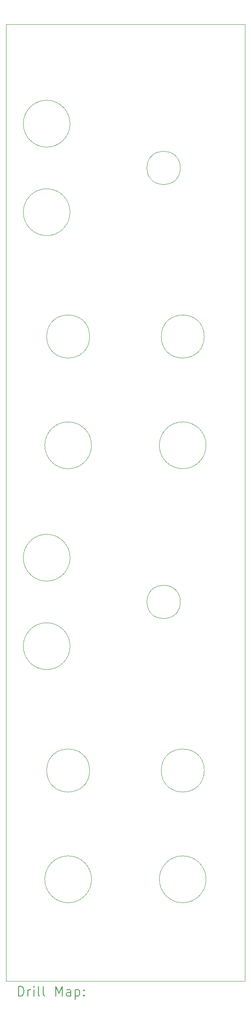
<source format=gbr>
%TF.GenerationSoftware,KiCad,Pcbnew,9.0.0*%
%TF.CreationDate,2025-03-16T11:37:10+01:00*%
%TF.ProjectId,DMH_Transistor_VCA_PANEL,444d485f-5472-4616-9e73-6973746f725f,rev?*%
%TF.SameCoordinates,Original*%
%TF.FileFunction,Drillmap*%
%TF.FilePolarity,Positive*%
%FSLAX45Y45*%
G04 Gerber Fmt 4.5, Leading zero omitted, Abs format (unit mm)*
G04 Created by KiCad (PCBNEW 9.0.0) date 2025-03-16 11:37:10*
%MOMM*%
%LPD*%
G01*
G04 APERTURE LIST*
%ADD10C,0.050000*%
%ADD11C,0.200000*%
G04 APERTURE END LIST*
D10*
X5000000Y-3000000D02*
X10000000Y-3000000D01*
X10000000Y-23000000D01*
X5000000Y-23000000D01*
X5000000Y-3000000D01*
X6750000Y-18600000D02*
G75*
G02*
X5850000Y-18600000I-450000J0D01*
G01*
X5850000Y-18600000D02*
G75*
G02*
X6750000Y-18600000I450000J0D01*
G01*
X9150000Y-18600000D02*
G75*
G02*
X8250000Y-18600000I-450000J0D01*
G01*
X8250000Y-18600000D02*
G75*
G02*
X9150000Y-18600000I450000J0D01*
G01*
X9150000Y-9525000D02*
G75*
G02*
X8250000Y-9525000I-450000J0D01*
G01*
X8250000Y-9525000D02*
G75*
G02*
X9150000Y-9525000I450000J0D01*
G01*
X6750000Y-9525000D02*
G75*
G02*
X5850000Y-9525000I-450000J0D01*
G01*
X5850000Y-9525000D02*
G75*
G02*
X6750000Y-9525000I450000J0D01*
G01*
X6790000Y-11800000D02*
G75*
G02*
X5810000Y-11800000I-490000J0D01*
G01*
X5810000Y-11800000D02*
G75*
G02*
X6790000Y-11800000I490000J0D01*
G01*
X6340000Y-5075000D02*
G75*
G02*
X5360000Y-5075000I-490000J0D01*
G01*
X5360000Y-5075000D02*
G75*
G02*
X6340000Y-5075000I490000J0D01*
G01*
X6340000Y-14150000D02*
G75*
G02*
X5360000Y-14150000I-490000J0D01*
G01*
X5360000Y-14150000D02*
G75*
G02*
X6340000Y-14150000I490000J0D01*
G01*
X6790000Y-20875000D02*
G75*
G02*
X5810000Y-20875000I-490000J0D01*
G01*
X5810000Y-20875000D02*
G75*
G02*
X6790000Y-20875000I490000J0D01*
G01*
X9190000Y-11800000D02*
G75*
G02*
X8210000Y-11800000I-490000J0D01*
G01*
X8210000Y-11800000D02*
G75*
G02*
X9190000Y-11800000I490000J0D01*
G01*
X8650000Y-6000000D02*
G75*
G02*
X7950000Y-6000000I-350000J0D01*
G01*
X7950000Y-6000000D02*
G75*
G02*
X8650000Y-6000000I350000J0D01*
G01*
X6340000Y-6925000D02*
G75*
G02*
X5360000Y-6925000I-490000J0D01*
G01*
X5360000Y-6925000D02*
G75*
G02*
X6340000Y-6925000I490000J0D01*
G01*
X9190000Y-20875000D02*
G75*
G02*
X8210000Y-20875000I-490000J0D01*
G01*
X8210000Y-20875000D02*
G75*
G02*
X9190000Y-20875000I490000J0D01*
G01*
X6340000Y-16000000D02*
G75*
G02*
X5360000Y-16000000I-490000J0D01*
G01*
X5360000Y-16000000D02*
G75*
G02*
X6340000Y-16000000I490000J0D01*
G01*
X8650000Y-15075000D02*
G75*
G02*
X7950000Y-15075000I-350000J0D01*
G01*
X7950000Y-15075000D02*
G75*
G02*
X8650000Y-15075000I350000J0D01*
G01*
D11*
X5258277Y-23313984D02*
X5258277Y-23113984D01*
X5258277Y-23113984D02*
X5305896Y-23113984D01*
X5305896Y-23113984D02*
X5334467Y-23123508D01*
X5334467Y-23123508D02*
X5353515Y-23142555D01*
X5353515Y-23142555D02*
X5363039Y-23161603D01*
X5363039Y-23161603D02*
X5372563Y-23199698D01*
X5372563Y-23199698D02*
X5372563Y-23228269D01*
X5372563Y-23228269D02*
X5363039Y-23266365D01*
X5363039Y-23266365D02*
X5353515Y-23285412D01*
X5353515Y-23285412D02*
X5334467Y-23304460D01*
X5334467Y-23304460D02*
X5305896Y-23313984D01*
X5305896Y-23313984D02*
X5258277Y-23313984D01*
X5458277Y-23313984D02*
X5458277Y-23180650D01*
X5458277Y-23218746D02*
X5467801Y-23199698D01*
X5467801Y-23199698D02*
X5477324Y-23190174D01*
X5477324Y-23190174D02*
X5496372Y-23180650D01*
X5496372Y-23180650D02*
X5515420Y-23180650D01*
X5582086Y-23313984D02*
X5582086Y-23180650D01*
X5582086Y-23113984D02*
X5572563Y-23123508D01*
X5572563Y-23123508D02*
X5582086Y-23133031D01*
X5582086Y-23133031D02*
X5591610Y-23123508D01*
X5591610Y-23123508D02*
X5582086Y-23113984D01*
X5582086Y-23113984D02*
X5582086Y-23133031D01*
X5705896Y-23313984D02*
X5686848Y-23304460D01*
X5686848Y-23304460D02*
X5677324Y-23285412D01*
X5677324Y-23285412D02*
X5677324Y-23113984D01*
X5810658Y-23313984D02*
X5791610Y-23304460D01*
X5791610Y-23304460D02*
X5782086Y-23285412D01*
X5782086Y-23285412D02*
X5782086Y-23113984D01*
X6039229Y-23313984D02*
X6039229Y-23113984D01*
X6039229Y-23113984D02*
X6105896Y-23256841D01*
X6105896Y-23256841D02*
X6172562Y-23113984D01*
X6172562Y-23113984D02*
X6172562Y-23313984D01*
X6353515Y-23313984D02*
X6353515Y-23209222D01*
X6353515Y-23209222D02*
X6343991Y-23190174D01*
X6343991Y-23190174D02*
X6324943Y-23180650D01*
X6324943Y-23180650D02*
X6286848Y-23180650D01*
X6286848Y-23180650D02*
X6267801Y-23190174D01*
X6353515Y-23304460D02*
X6334467Y-23313984D01*
X6334467Y-23313984D02*
X6286848Y-23313984D01*
X6286848Y-23313984D02*
X6267801Y-23304460D01*
X6267801Y-23304460D02*
X6258277Y-23285412D01*
X6258277Y-23285412D02*
X6258277Y-23266365D01*
X6258277Y-23266365D02*
X6267801Y-23247317D01*
X6267801Y-23247317D02*
X6286848Y-23237793D01*
X6286848Y-23237793D02*
X6334467Y-23237793D01*
X6334467Y-23237793D02*
X6353515Y-23228269D01*
X6448753Y-23180650D02*
X6448753Y-23380650D01*
X6448753Y-23190174D02*
X6467801Y-23180650D01*
X6467801Y-23180650D02*
X6505896Y-23180650D01*
X6505896Y-23180650D02*
X6524943Y-23190174D01*
X6524943Y-23190174D02*
X6534467Y-23199698D01*
X6534467Y-23199698D02*
X6543991Y-23218746D01*
X6543991Y-23218746D02*
X6543991Y-23275888D01*
X6543991Y-23275888D02*
X6534467Y-23294936D01*
X6534467Y-23294936D02*
X6524943Y-23304460D01*
X6524943Y-23304460D02*
X6505896Y-23313984D01*
X6505896Y-23313984D02*
X6467801Y-23313984D01*
X6467801Y-23313984D02*
X6448753Y-23304460D01*
X6629705Y-23294936D02*
X6639229Y-23304460D01*
X6639229Y-23304460D02*
X6629705Y-23313984D01*
X6629705Y-23313984D02*
X6620182Y-23304460D01*
X6620182Y-23304460D02*
X6629705Y-23294936D01*
X6629705Y-23294936D02*
X6629705Y-23313984D01*
X6629705Y-23190174D02*
X6639229Y-23199698D01*
X6639229Y-23199698D02*
X6629705Y-23209222D01*
X6629705Y-23209222D02*
X6620182Y-23199698D01*
X6620182Y-23199698D02*
X6629705Y-23190174D01*
X6629705Y-23190174D02*
X6629705Y-23209222D01*
M02*

</source>
